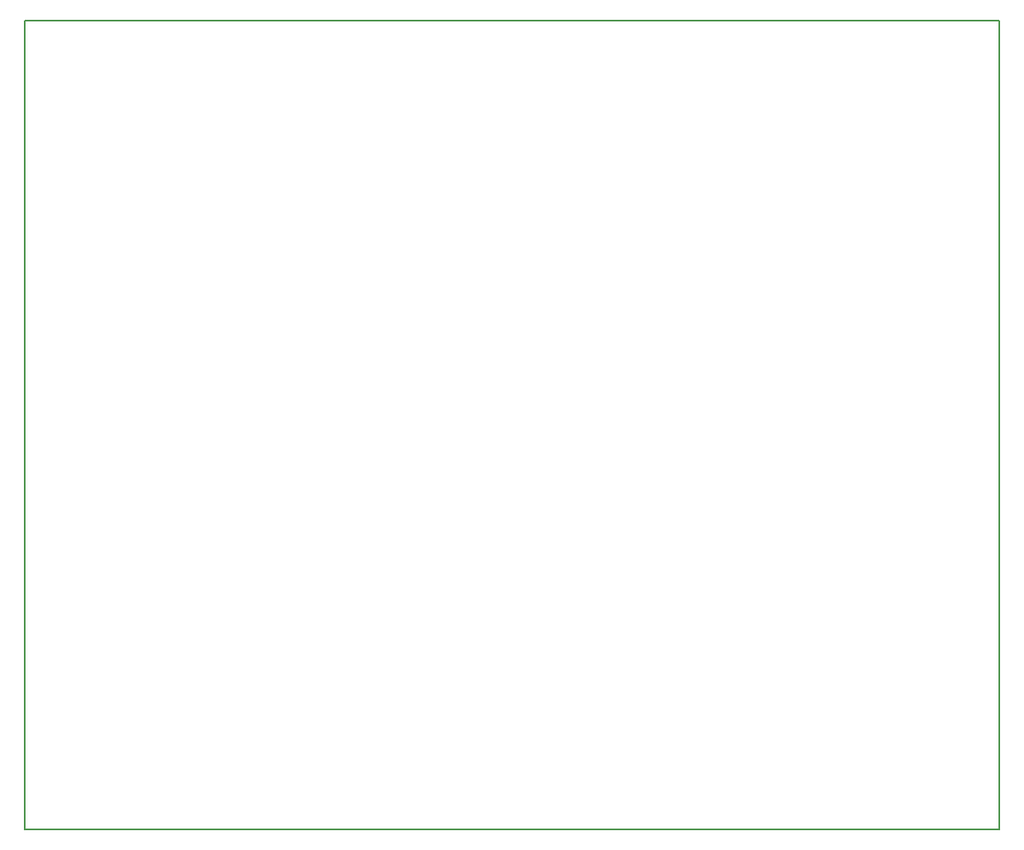
<source format=gbr>
G04 #@! TF.GenerationSoftware,KiCad,Pcbnew,(5.1.8)-1*
G04 #@! TF.CreationDate,2021-01-22T21:00:44-06:00*
G04 #@! TF.ProjectId,Pulse_Oximeter,50756c73-655f-44f7-9869-6d657465722e,rev?*
G04 #@! TF.SameCoordinates,Original*
G04 #@! TF.FileFunction,Profile,NP*
%FSLAX46Y46*%
G04 Gerber Fmt 4.6, Leading zero omitted, Abs format (unit mm)*
G04 Created by KiCad (PCBNEW (5.1.8)-1) date 2021-01-22 21:00:44*
%MOMM*%
%LPD*%
G01*
G04 APERTURE LIST*
G04 #@! TA.AperFunction,Profile*
%ADD10C,0.150000*%
G04 #@! TD*
G04 APERTURE END LIST*
D10*
X95059500Y-58115000D02*
X95059500Y-141115000D01*
X195059500Y-58115000D02*
X95059500Y-58115000D01*
X195059500Y-141115000D02*
X195059500Y-58115000D01*
X95059500Y-141115000D02*
X195059500Y-141115000D01*
M02*

</source>
